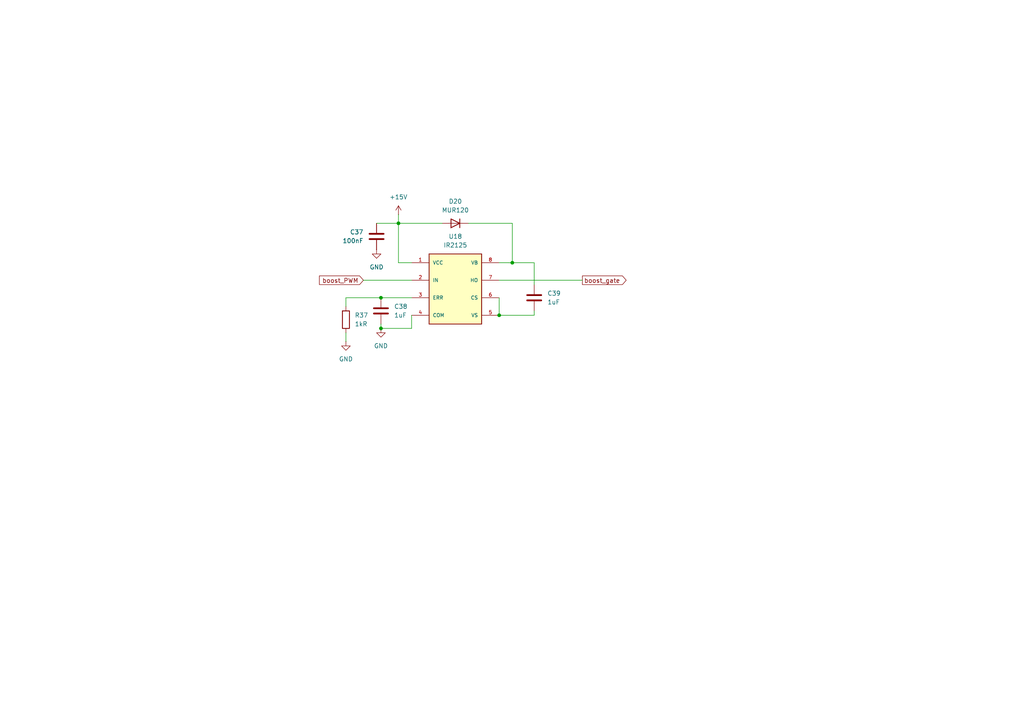
<source format=kicad_sch>
(kicad_sch (version 20250114) (generator "eeschema") (generator_version "9.0")
  (paper "A4")
  (lib_symbols
    (symbol "Device:C" (pin_numbers (hide yes)) (pin_names (offset 0.254))
      (property "Reference" "C" (at 0.635 2.54 0))
      (property "Value" "C" (at 0.635 -2.54 0))
      (symbol "C_0_1"
        (polyline (pts (xy -2.032 0.762) (xy 2.032 0.762)) (stroke (width 0.508)))
        (polyline (pts (xy -2.032 -0.762) (xy 2.032 -0.762)) (stroke (width 0.508)))
      )
      (symbol "C_1_1"
        (pin passive line (at 0 3.81 270) (length 2.794) (name "~") (number "1"))
        (pin passive line (at 0 -3.81 90) (length 2.794) (name "~") (number "2"))
      )
    )
    (symbol "Device:D" (pin_numbers (hide yes)) (pin_names (offset 1.016) (hide yes))
      (property "Reference" "D" (at 0 2.54 0))
      (property "Value" "D" (at 0 -2.54 0))
      (symbol "D_0_1"
        (polyline (pts (xy -1.27 1.27) (xy -1.27 -1.27)) (stroke (width 0.254)))
        (polyline (pts (xy 1.27 1.27) (xy 1.27 -1.27) (xy -1.27 0) (xy 1.27 1.27)) (stroke (width 0.254)))
        (polyline (pts (xy 1.27 0) (xy -1.27 0)))
      )
      (symbol "D_1_1"
        (pin passive line (at -3.81 0 0) (length 2.54) (name "K") (number "1"))
        (pin passive line (at 3.81 0 180) (length 2.54) (name "A") (number "2"))
      )
    )
    (symbol "Device:R" (pin_numbers (hide yes)) (pin_names (offset 0))
      (property "Reference" "R" (at 2.032 0 90))
      (property "Value" "R" (at 0 0 90))
      (symbol "R_0_1"
        (rectangle (start -1.016 -2.54) (end 1.016 2.54) (stroke (width 0.254)))
      )
      (symbol "R_1_1"
        (pin passive line (at 0 3.81 270) (length 1.27) (name "~") (number "1"))
        (pin passive line (at 0 -3.81 90) (length 1.27) (name "~") (number "2"))
      )
    )
    (symbol "IR2125:IR2125" (pin_names (offset 1.016))
      (property "Reference" "U" (at -7.6239 10.1652 0))
      (property "Value" "IR2125" (at -7.6344 -12.724 0))
      (symbol "IR2125_0_0"
        (rectangle (start -7.62 -10.16) (end 7.62 10.16) (stroke (width 0.254)) (fill (type background)))
        (pin power_in line (at -12.7 7.62 0) (length 5.08) (name "VCC") (number "1"))
        (pin input line (at -12.7 2.54 0) (length 5.08) (name "IN") (number "2"))
        (pin input line (at -12.7 -2.54 0) (length 5.08) (name "ERR") (number "3"))
        (pin power_in line (at -12.7 -7.62 0) (length 5.08) (name "COM") (number "4"))
        (pin power_in line (at 12.7 7.62 180) (length 5.08) (name "VB") (number "8"))
        (pin output line (at 12.7 2.54 180) (length 5.08) (name "HO") (number "7"))
        (pin input line (at 12.7 -2.54 180) (length 5.08) (name "CS") (number "6"))
        (pin power_in line (at 12.7 -7.62 180) (length 5.08) (name "VS") (number "5"))
      )
    )
    (symbol "power:+15V" (power) (pin_numbers (hide yes)) (pin_names (offset 0) (hide yes))
      (property "Value" "+15V" (at 0 3.556 0))
      (symbol "+15V_0_1"
        (polyline (pts (xy -0.762 1.27) (xy 0 2.54)))
        (polyline (pts (xy 0 2.54) (xy 0.762 1.27)))
        (polyline (pts (xy 0 0) (xy 0 2.54)))
      )
      (symbol "+15V_1_1"
        (pin power_in line (at 0 0 90) (length 0) (name "~") (number "1"))
      )
    )
    (symbol "power:GND" (power) (pin_numbers (hide yes)) (pin_names (offset 0) (hide yes))
      (property "Value" "GND" (at 0 -3.81 0))
      (symbol "GND_0_1"
        (polyline (pts (xy 0 0) (xy 0 -1.27) (xy 1.27 -1.27) (xy 0 -2.54) (xy -1.27 -1.27) (xy 0 -1.27)))
      )
      (symbol "GND_1_1"
        (pin power_in line (at 0 0 270) (length 0) (name "~") (number "1"))
      )
    )
  )
  (junction (at 144.78 91.44))
  (junction (at 148.59 76.2))
  (junction (at 110.49 95.25))
  (junction (at 115.57 64.77))
  (junction (at 110.49 86.36))
  (wire (pts (xy 148.59 64.77) (xy 148.59 76.2)))
  (wire (pts (xy 144.78 81.28) (xy 168.91 81.28)))
  (wire (pts (xy 115.57 62.23) (xy 115.57 64.77)))
  (wire (pts (xy 109.22 64.77) (xy 115.57 64.77)))
  (wire (pts (xy 144.78 91.44) (xy 154.94 91.44)))
  (wire (pts (xy 135.89 64.77) (xy 148.59 64.77)))
  (wire (pts (xy 115.57 64.77) (xy 115.57 76.2)))
  (wire (pts (xy 110.49 93.98) (xy 110.49 95.25)))
  (wire (pts (xy 119.38 91.44) (xy 119.38 95.25)))
  (wire (pts (xy 115.57 76.2) (xy 119.38 76.2)))
  (wire (pts (xy 144.78 86.36) (xy 144.78 91.44)))
  (wire (pts (xy 154.94 91.44) (xy 154.94 90.17)))
  (wire (pts (xy 115.57 64.77) (xy 128.27 64.77)))
  (wire (pts (xy 100.33 96.52) (xy 100.33 99.06)))
  (wire (pts (xy 110.49 86.36) (xy 119.38 86.36)))
  (wire (pts (xy 148.59 76.2) (xy 144.78 76.2)))
  (wire (pts (xy 154.94 76.2) (xy 154.94 82.55)))
  (wire (pts (xy 148.59 76.2) (xy 154.94 76.2)))
  (wire (pts (xy 100.33 86.36) (xy 110.49 86.36)))
  (wire (pts (xy 100.33 88.9) (xy 100.33 86.36)))
  (wire (pts (xy 105.41 81.28) (xy 119.38 81.28)))
  (wire (pts (xy 110.49 95.25) (xy 119.38 95.25)))
  (global_label "boost_gate" (shape output) (at 168.91 81.28 0) (property "Intersheetrefs" "${INTERSHEET_REFS}" (effects (hide yes))))
  (global_label "boost_PWM" (shape input) (at 105.41 81.28 180) (property "Intersheetrefs" "${INTERSHEET_REFS}" (effects (hide yes))))
  (symbol (lib_id "Device:R") (at 100.33 92.71 0) (unit 1)
    (property "Reference" "R37" (at 102.87 91.4399 0) (effects (justify left)))
    (property "Value" "1kR" (at 102.87 93.9799 0) (effects (justify left)))
    (property "Description" "Resistor" (effects (hide yes)))
  )
  (symbol (lib_id "Device:D") (at 132.08 64.77 180) (unit 1)
    (property "Reference" "D20" (at 132.08 58.42 0))
    (property "Value" "MUR120" (at 132.08 60.96 0))
    (property "Description" "Diode" (effects (hide yes)))
    (property "Sim.Device" "D" (effects (hide yes)))
    (property "Sim.Pins" "1=K 2=A" (effects (hide yes)))
  )
  (symbol (lib_id "Device:C") (at 109.22 68.58 0) (mirror y) (unit 1)
    (property "Reference" "C37" (at 105.41 67.3099 0) (effects (justify left)))
    (property "Value" "100nF" (at 105.41 69.8499 0) (effects (justify left)))
    (property "Description" "Unpolarized capacitor" (effects (hide yes)))
  )
  (symbol (lib_id "power:GND") (at 109.22 72.39 0) (unit 1)
    (property "Reference" "#PWR0104" (effects (hide yes)))
    (property "Value" "GND" (at 109.22 77.47 0))
    (property "Description" "Power symbol creates a global label with name \"GND\" , ground" (effects (hide yes)))
  )
  (symbol (lib_id "Device:C") (at 154.94 86.36 0) (unit 1)
    (property "Reference" "C39" (at 158.75 85.0899 0) (effects (justify left)))
    (property "Value" "1uF" (at 158.75 87.6299 0) (effects (justify left)))
    (property "Description" "Unpolarized capacitor" (effects (hide yes)))
  )
  (symbol (lib_id "IR2125:IR2125") (at 132.08 83.82 0) (unit 1)
    (property "Reference" "U18" (at 132.08 68.58 0))
    (property "Value" "IR2125" (at 132.08 71.12 0))
    (property "Footprint" "IR2125:DIL08" (effects (hide yes)))
  )
  (symbol (lib_id "power:GND") (at 100.33 99.06 0) (unit 1)
    (property "Reference" "#PWR0103" (effects (hide yes)))
    (property "Value" "GND" (at 100.33 104.14 0))
    (property "Description" "Power symbol creates a global label with name \"GND\" , ground" (effects (hide yes)))
  )
  (symbol (lib_id "power:+15V") (at 115.57 62.23 0) (unit 1)
    (property "Reference" "#PWR0106" (effects (hide yes)))
    (property "Value" "+15V" (at 115.57 57.15 0))
    (property "Description" "Power symbol creates a global label with name \"+15V\"" (effects (hide yes)))
  )
  (symbol (lib_id "Device:C") (at 110.49 90.17 0) (unit 1)
    (property "Reference" "C38" (at 114.3 88.8999 0) (effects (justify left)))
    (property "Value" "1uF" (at 114.3 91.4399 0) (effects (justify left)))
    (property "Description" "Unpolarized capacitor" (effects (hide yes)))
  )
  (symbol (lib_id "power:GND") (at 110.49 95.25 0) (unit 1)
    (property "Reference" "#PWR0105" (effects (hide yes)))
    (property "Value" "GND" (at 110.49 100.33 0))
    (property "Description" "Power symbol creates a global label with name \"GND\" , ground" (effects (hide yes)))
  )
)
</source>
